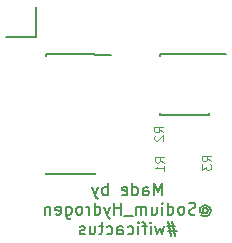
<source format=gbr>
G04 #@! TF.FileFunction,Legend,Bot*
%FSLAX46Y46*%
G04 Gerber Fmt 4.6, Leading zero omitted, Abs format (unit mm)*
G04 Created by KiCad (PCBNEW 4.0.7-e2-6376~61~ubuntu18.04.1) date Fri Aug 17 14:13:56 2018*
%MOMM*%
%LPD*%
G01*
G04 APERTURE LIST*
%ADD10C,0.100000*%
%ADD11C,0.150000*%
%ADD12R,1.778000X1.778000*%
%ADD13C,1.778000*%
%ADD14R,0.700000X1.300000*%
%ADD15R,0.800000X0.750000*%
%ADD16R,1.500000X0.600000*%
%ADD17R,1.550000X0.600000*%
G04 APERTURE END LIST*
D10*
D11*
X161681753Y-100707181D02*
X161681753Y-99707181D01*
X161348419Y-100421467D01*
X161015086Y-99707181D01*
X161015086Y-100707181D01*
X160110324Y-100707181D02*
X160110324Y-100183371D01*
X160157943Y-100088133D01*
X160253181Y-100040514D01*
X160443658Y-100040514D01*
X160538896Y-100088133D01*
X160110324Y-100659562D02*
X160205562Y-100707181D01*
X160443658Y-100707181D01*
X160538896Y-100659562D01*
X160586515Y-100564324D01*
X160586515Y-100469086D01*
X160538896Y-100373848D01*
X160443658Y-100326229D01*
X160205562Y-100326229D01*
X160110324Y-100278610D01*
X159205562Y-100707181D02*
X159205562Y-99707181D01*
X159205562Y-100659562D02*
X159300800Y-100707181D01*
X159491277Y-100707181D01*
X159586515Y-100659562D01*
X159634134Y-100611943D01*
X159681753Y-100516705D01*
X159681753Y-100230990D01*
X159634134Y-100135752D01*
X159586515Y-100088133D01*
X159491277Y-100040514D01*
X159300800Y-100040514D01*
X159205562Y-100088133D01*
X158348419Y-100659562D02*
X158443657Y-100707181D01*
X158634134Y-100707181D01*
X158729372Y-100659562D01*
X158776991Y-100564324D01*
X158776991Y-100183371D01*
X158729372Y-100088133D01*
X158634134Y-100040514D01*
X158443657Y-100040514D01*
X158348419Y-100088133D01*
X158300800Y-100183371D01*
X158300800Y-100278610D01*
X158776991Y-100373848D01*
X157110324Y-100707181D02*
X157110324Y-99707181D01*
X157110324Y-100088133D02*
X157015086Y-100040514D01*
X156824609Y-100040514D01*
X156729371Y-100088133D01*
X156681752Y-100135752D01*
X156634133Y-100230990D01*
X156634133Y-100516705D01*
X156681752Y-100611943D01*
X156729371Y-100659562D01*
X156824609Y-100707181D01*
X157015086Y-100707181D01*
X157110324Y-100659562D01*
X156300800Y-100040514D02*
X156062705Y-100707181D01*
X155824609Y-100040514D02*
X156062705Y-100707181D01*
X156157943Y-100945276D01*
X156205562Y-100992895D01*
X156300800Y-101040514D01*
X165157943Y-101880990D02*
X165205562Y-101833371D01*
X165300800Y-101785752D01*
X165396038Y-101785752D01*
X165491276Y-101833371D01*
X165538896Y-101880990D01*
X165586515Y-101976229D01*
X165586515Y-102071467D01*
X165538896Y-102166705D01*
X165491276Y-102214324D01*
X165396038Y-102261943D01*
X165300800Y-102261943D01*
X165205562Y-102214324D01*
X165157943Y-102166705D01*
X165157943Y-101785752D02*
X165157943Y-102166705D01*
X165110324Y-102214324D01*
X165062705Y-102214324D01*
X164967467Y-102166705D01*
X164919848Y-102071467D01*
X164919848Y-101833371D01*
X165015086Y-101690514D01*
X165157943Y-101595276D01*
X165348419Y-101547657D01*
X165538896Y-101595276D01*
X165681753Y-101690514D01*
X165776991Y-101833371D01*
X165824610Y-102023848D01*
X165776991Y-102214324D01*
X165681753Y-102357181D01*
X165538896Y-102452419D01*
X165348419Y-102500038D01*
X165157943Y-102452419D01*
X165015086Y-102357181D01*
X164538896Y-102309562D02*
X164396039Y-102357181D01*
X164157943Y-102357181D01*
X164062705Y-102309562D01*
X164015086Y-102261943D01*
X163967467Y-102166705D01*
X163967467Y-102071467D01*
X164015086Y-101976229D01*
X164062705Y-101928610D01*
X164157943Y-101880990D01*
X164348420Y-101833371D01*
X164443658Y-101785752D01*
X164491277Y-101738133D01*
X164538896Y-101642895D01*
X164538896Y-101547657D01*
X164491277Y-101452419D01*
X164443658Y-101404800D01*
X164348420Y-101357181D01*
X164110324Y-101357181D01*
X163967467Y-101404800D01*
X163396039Y-102357181D02*
X163491277Y-102309562D01*
X163538896Y-102261943D01*
X163586515Y-102166705D01*
X163586515Y-101880990D01*
X163538896Y-101785752D01*
X163491277Y-101738133D01*
X163396039Y-101690514D01*
X163253181Y-101690514D01*
X163157943Y-101738133D01*
X163110324Y-101785752D01*
X163062705Y-101880990D01*
X163062705Y-102166705D01*
X163110324Y-102261943D01*
X163157943Y-102309562D01*
X163253181Y-102357181D01*
X163396039Y-102357181D01*
X162205562Y-102357181D02*
X162205562Y-101357181D01*
X162205562Y-102309562D02*
X162300800Y-102357181D01*
X162491277Y-102357181D01*
X162586515Y-102309562D01*
X162634134Y-102261943D01*
X162681753Y-102166705D01*
X162681753Y-101880990D01*
X162634134Y-101785752D01*
X162586515Y-101738133D01*
X162491277Y-101690514D01*
X162300800Y-101690514D01*
X162205562Y-101738133D01*
X161729372Y-102357181D02*
X161729372Y-101690514D01*
X161729372Y-101357181D02*
X161776991Y-101404800D01*
X161729372Y-101452419D01*
X161681753Y-101404800D01*
X161729372Y-101357181D01*
X161729372Y-101452419D01*
X160824610Y-101690514D02*
X160824610Y-102357181D01*
X161253182Y-101690514D02*
X161253182Y-102214324D01*
X161205563Y-102309562D01*
X161110325Y-102357181D01*
X160967467Y-102357181D01*
X160872229Y-102309562D01*
X160824610Y-102261943D01*
X160348420Y-102357181D02*
X160348420Y-101690514D01*
X160348420Y-101785752D02*
X160300801Y-101738133D01*
X160205563Y-101690514D01*
X160062705Y-101690514D01*
X159967467Y-101738133D01*
X159919848Y-101833371D01*
X159919848Y-102357181D01*
X159919848Y-101833371D02*
X159872229Y-101738133D01*
X159776991Y-101690514D01*
X159634134Y-101690514D01*
X159538896Y-101738133D01*
X159491277Y-101833371D01*
X159491277Y-102357181D01*
X159253182Y-102452419D02*
X158491277Y-102452419D01*
X158253182Y-102357181D02*
X158253182Y-101357181D01*
X158253182Y-101833371D02*
X157681753Y-101833371D01*
X157681753Y-102357181D02*
X157681753Y-101357181D01*
X157300801Y-101690514D02*
X157062706Y-102357181D01*
X156824610Y-101690514D02*
X157062706Y-102357181D01*
X157157944Y-102595276D01*
X157205563Y-102642895D01*
X157300801Y-102690514D01*
X156015086Y-102357181D02*
X156015086Y-101357181D01*
X156015086Y-102309562D02*
X156110324Y-102357181D01*
X156300801Y-102357181D01*
X156396039Y-102309562D01*
X156443658Y-102261943D01*
X156491277Y-102166705D01*
X156491277Y-101880990D01*
X156443658Y-101785752D01*
X156396039Y-101738133D01*
X156300801Y-101690514D01*
X156110324Y-101690514D01*
X156015086Y-101738133D01*
X155538896Y-102357181D02*
X155538896Y-101690514D01*
X155538896Y-101880990D02*
X155491277Y-101785752D01*
X155443658Y-101738133D01*
X155348420Y-101690514D01*
X155253181Y-101690514D01*
X154776991Y-102357181D02*
X154872229Y-102309562D01*
X154919848Y-102261943D01*
X154967467Y-102166705D01*
X154967467Y-101880990D01*
X154919848Y-101785752D01*
X154872229Y-101738133D01*
X154776991Y-101690514D01*
X154634133Y-101690514D01*
X154538895Y-101738133D01*
X154491276Y-101785752D01*
X154443657Y-101880990D01*
X154443657Y-102166705D01*
X154491276Y-102261943D01*
X154538895Y-102309562D01*
X154634133Y-102357181D01*
X154776991Y-102357181D01*
X153586514Y-101690514D02*
X153586514Y-102500038D01*
X153634133Y-102595276D01*
X153681752Y-102642895D01*
X153776991Y-102690514D01*
X153919848Y-102690514D01*
X154015086Y-102642895D01*
X153586514Y-102309562D02*
X153681752Y-102357181D01*
X153872229Y-102357181D01*
X153967467Y-102309562D01*
X154015086Y-102261943D01*
X154062705Y-102166705D01*
X154062705Y-101880990D01*
X154015086Y-101785752D01*
X153967467Y-101738133D01*
X153872229Y-101690514D01*
X153681752Y-101690514D01*
X153586514Y-101738133D01*
X152729371Y-102309562D02*
X152824609Y-102357181D01*
X153015086Y-102357181D01*
X153110324Y-102309562D01*
X153157943Y-102214324D01*
X153157943Y-101833371D01*
X153110324Y-101738133D01*
X153015086Y-101690514D01*
X152824609Y-101690514D01*
X152729371Y-101738133D01*
X152681752Y-101833371D01*
X152681752Y-101928610D01*
X153157943Y-102023848D01*
X152253181Y-101690514D02*
X152253181Y-102357181D01*
X152253181Y-101785752D02*
X152205562Y-101738133D01*
X152110324Y-101690514D01*
X151967466Y-101690514D01*
X151872228Y-101738133D01*
X151824609Y-101833371D01*
X151824609Y-102357181D01*
X162848419Y-103340514D02*
X162134133Y-103340514D01*
X162562705Y-102911943D02*
X162848419Y-104197657D01*
X162229371Y-103769086D02*
X162943657Y-103769086D01*
X162515085Y-104197657D02*
X162229371Y-102911943D01*
X161896038Y-103340514D02*
X161705562Y-104007181D01*
X161515085Y-103530990D01*
X161324609Y-104007181D01*
X161134133Y-103340514D01*
X160753181Y-104007181D02*
X160753181Y-103340514D01*
X160753181Y-103007181D02*
X160800800Y-103054800D01*
X160753181Y-103102419D01*
X160705562Y-103054800D01*
X160753181Y-103007181D01*
X160753181Y-103102419D01*
X160419848Y-103340514D02*
X160038896Y-103340514D01*
X160276991Y-104007181D02*
X160276991Y-103150038D01*
X160229372Y-103054800D01*
X160134134Y-103007181D01*
X160038896Y-103007181D01*
X159705562Y-104007181D02*
X159705562Y-103340514D01*
X159705562Y-103007181D02*
X159753181Y-103054800D01*
X159705562Y-103102419D01*
X159657943Y-103054800D01*
X159705562Y-103007181D01*
X159705562Y-103102419D01*
X158800800Y-103959562D02*
X158896038Y-104007181D01*
X159086515Y-104007181D01*
X159181753Y-103959562D01*
X159229372Y-103911943D01*
X159276991Y-103816705D01*
X159276991Y-103530990D01*
X159229372Y-103435752D01*
X159181753Y-103388133D01*
X159086515Y-103340514D01*
X158896038Y-103340514D01*
X158800800Y-103388133D01*
X157943657Y-104007181D02*
X157943657Y-103483371D01*
X157991276Y-103388133D01*
X158086514Y-103340514D01*
X158276991Y-103340514D01*
X158372229Y-103388133D01*
X157943657Y-103959562D02*
X158038895Y-104007181D01*
X158276991Y-104007181D01*
X158372229Y-103959562D01*
X158419848Y-103864324D01*
X158419848Y-103769086D01*
X158372229Y-103673848D01*
X158276991Y-103626229D01*
X158038895Y-103626229D01*
X157943657Y-103578610D01*
X157038895Y-103959562D02*
X157134133Y-104007181D01*
X157324610Y-104007181D01*
X157419848Y-103959562D01*
X157467467Y-103911943D01*
X157515086Y-103816705D01*
X157515086Y-103530990D01*
X157467467Y-103435752D01*
X157419848Y-103388133D01*
X157324610Y-103340514D01*
X157134133Y-103340514D01*
X157038895Y-103388133D01*
X156753181Y-103340514D02*
X156372229Y-103340514D01*
X156610324Y-103007181D02*
X156610324Y-103864324D01*
X156562705Y-103959562D01*
X156467467Y-104007181D01*
X156372229Y-104007181D01*
X155610323Y-103340514D02*
X155610323Y-104007181D01*
X156038895Y-103340514D02*
X156038895Y-103864324D01*
X155991276Y-103959562D01*
X155896038Y-104007181D01*
X155753180Y-104007181D01*
X155657942Y-103959562D01*
X155610323Y-103911943D01*
X155181752Y-103959562D02*
X155086514Y-104007181D01*
X154896038Y-104007181D01*
X154800799Y-103959562D01*
X154753180Y-103864324D01*
X154753180Y-103816705D01*
X154800799Y-103721467D01*
X154896038Y-103673848D01*
X155038895Y-103673848D01*
X155134133Y-103626229D01*
X155181752Y-103530990D01*
X155181752Y-103483371D01*
X155134133Y-103388133D01*
X155038895Y-103340514D01*
X154896038Y-103340514D01*
X154800799Y-103388133D01*
X148540000Y-87280000D02*
X151080000Y-87280000D01*
X151080000Y-87280000D02*
X151080000Y-84740000D01*
X156050000Y-88800000D02*
X156050000Y-88825000D01*
X151900000Y-88800000D02*
X151900000Y-88905000D01*
X151900000Y-98950000D02*
X151900000Y-98845000D01*
X156050000Y-98950000D02*
X156050000Y-98845000D01*
X156050000Y-88800000D02*
X151900000Y-88800000D01*
X156050000Y-98950000D02*
X151900000Y-98950000D01*
X156050000Y-88825000D02*
X157425000Y-88825000D01*
X165725000Y-88750000D02*
X165725000Y-88800000D01*
X161575000Y-88750000D02*
X161575000Y-88895000D01*
X161575000Y-93900000D02*
X161575000Y-93755000D01*
X165725000Y-93900000D02*
X165725000Y-93755000D01*
X165725000Y-88750000D02*
X161575000Y-88750000D01*
X165725000Y-93900000D02*
X161575000Y-93900000D01*
X165725000Y-88800000D02*
X167125000Y-88800000D01*
D10*
X165864286Y-97850000D02*
X165507143Y-97600000D01*
X165864286Y-97421428D02*
X165114286Y-97421428D01*
X165114286Y-97707143D01*
X165150000Y-97778571D01*
X165185714Y-97814286D01*
X165257143Y-97850000D01*
X165364286Y-97850000D01*
X165435714Y-97814286D01*
X165471429Y-97778571D01*
X165507143Y-97707143D01*
X165507143Y-97421428D01*
X165114286Y-98100000D02*
X165114286Y-98564286D01*
X165400000Y-98314286D01*
X165400000Y-98421428D01*
X165435714Y-98492857D01*
X165471429Y-98528571D01*
X165542857Y-98564286D01*
X165721429Y-98564286D01*
X165792857Y-98528571D01*
X165828571Y-98492857D01*
X165864286Y-98421428D01*
X165864286Y-98207143D01*
X165828571Y-98135714D01*
X165792857Y-98100000D01*
X161814286Y-95400000D02*
X161457143Y-95150000D01*
X161814286Y-94971428D02*
X161064286Y-94971428D01*
X161064286Y-95257143D01*
X161100000Y-95328571D01*
X161135714Y-95364286D01*
X161207143Y-95400000D01*
X161314286Y-95400000D01*
X161385714Y-95364286D01*
X161421429Y-95328571D01*
X161457143Y-95257143D01*
X161457143Y-94971428D01*
X161135714Y-95685714D02*
X161100000Y-95721428D01*
X161064286Y-95792857D01*
X161064286Y-95971428D01*
X161100000Y-96042857D01*
X161135714Y-96078571D01*
X161207143Y-96114286D01*
X161278571Y-96114286D01*
X161385714Y-96078571D01*
X161814286Y-95650000D01*
X161814286Y-96114286D01*
X161889286Y-97950000D02*
X161532143Y-97700000D01*
X161889286Y-97521428D02*
X161139286Y-97521428D01*
X161139286Y-97807143D01*
X161175000Y-97878571D01*
X161210714Y-97914286D01*
X161282143Y-97950000D01*
X161389286Y-97950000D01*
X161460714Y-97914286D01*
X161496429Y-97878571D01*
X161532143Y-97807143D01*
X161532143Y-97521428D01*
X161889286Y-98664286D02*
X161889286Y-98235714D01*
X161889286Y-98450000D02*
X161139286Y-98450000D01*
X161246429Y-98378571D01*
X161317857Y-98307143D01*
X161353571Y-98235714D01*
%LPC*%
D12*
X149810000Y-86010000D03*
D13*
X152350000Y-86010000D03*
X165050000Y-86010000D03*
X167590000Y-86010000D03*
X149810000Y-103790000D03*
X152350000Y-103790000D03*
X165050000Y-103790000D03*
X167590000Y-103790000D03*
D14*
X164575000Y-97975000D03*
X166475000Y-97975000D03*
X160525000Y-95525000D03*
X162425000Y-95525000D03*
X160600000Y-97975000D03*
X162500000Y-97975000D03*
D15*
X166250000Y-95600000D03*
X164750000Y-95600000D03*
D16*
X156675000Y-89430000D03*
X156675000Y-90700000D03*
X156675000Y-91970000D03*
X156675000Y-93240000D03*
X156675000Y-94510000D03*
X156675000Y-95780000D03*
X156675000Y-97050000D03*
X156675000Y-98320000D03*
X151275000Y-98320000D03*
X151275000Y-97050000D03*
X151275000Y-95780000D03*
X151275000Y-94510000D03*
X151275000Y-93240000D03*
X151275000Y-91970000D03*
X151275000Y-90700000D03*
X151275000Y-89430000D03*
D17*
X166350000Y-89420000D03*
X166350000Y-90690000D03*
X166350000Y-91960000D03*
X166350000Y-93230000D03*
X160950000Y-93230000D03*
X160950000Y-91960000D03*
X160950000Y-90690000D03*
X160950000Y-89420000D03*
M02*

</source>
